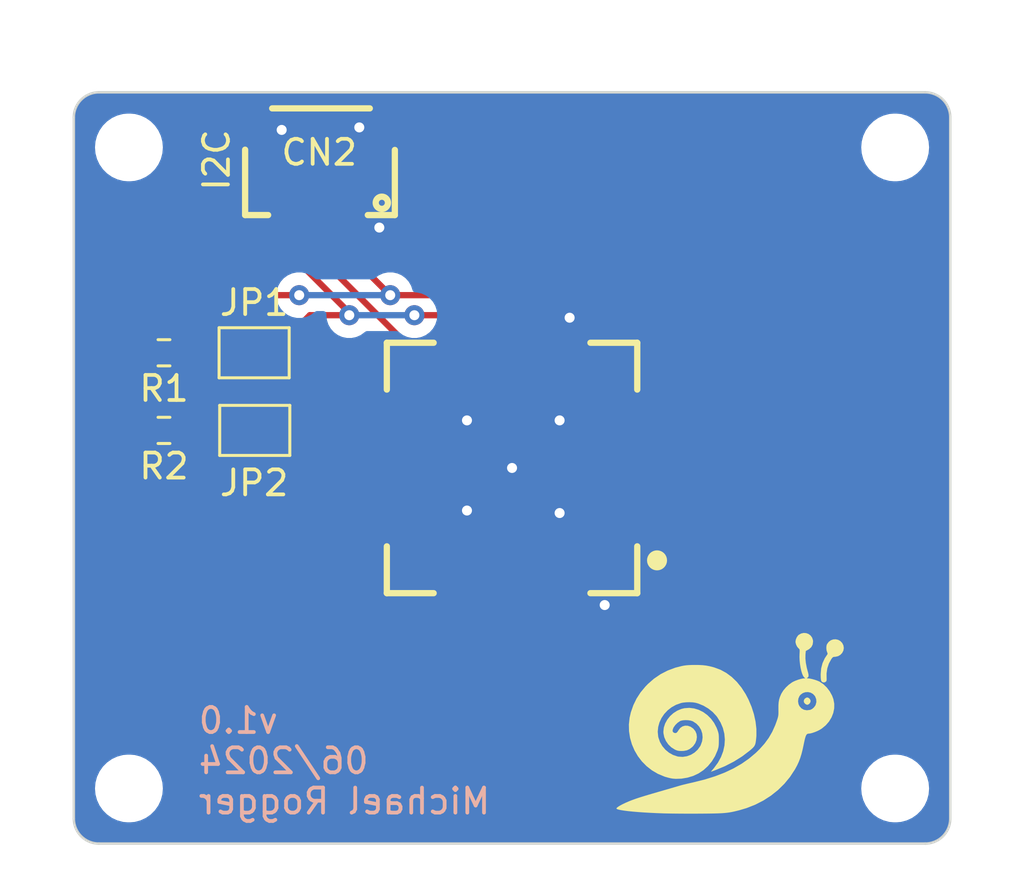
<source format=kicad_pcb>
(kicad_pcb (version 20221018) (generator pcbnew)
  (layers (0 "F.Cu" signal) (31 "B.Cu" signal) (34 "B.Paste" user) (35 "F.Paste" user) (36 "B.SilkS" user "B.Silkscreen") (37 "F.SilkS" user "F.Silkscreen") (38 "B.Mask" user) (39 "F.Mask" user) (44 "Edge.Cuts" user))
  (net 0 "")
  (net 4 "GND")
  (net 16 "Net-(JP1-B)")
  (net 17 "Net-(JP2-B)")
  (net 18 "SCL")
  (net 19 "SDA")
  (net 20 "nRF_VDD")
  (footprint "MountingHole:MountingHole_2.2mm_M2" (layer "F.Cu") (at 17.2 17.2)
    (fp_text reference "H1" hide)
    (fp_text value "MountingHole")
    (pad "" np_thru_hole circle (at 0 0) (size 2.2 2.2) (drill 2.2) (layers "*.Cu" "*.Mask"))
  )
  (footprint "MountingHole:MountingHole_2.2mm_M2" (layer "F.Cu") (at 17.2 42.8)
    (fp_text reference "H4" hide)
    (fp_text value "MountingHole")
    (pad "" np_thru_hole circle (at 0 0) (size 2.2 2.2) (drill 2.2) (layers "*.Cu" "*.Mask"))
  )
  (footprint "Resistor_SMD:R_0603_1608Metric" (layer "F.Cu") (at 18.6 25.4 180)
    (fp_text reference "R1" (at 0 -1.43 180) (layer "F.SilkS"))
    (fp_text value "10k")
    (fp_line (start -0.237258 -0.5225) (end 0.237258 -0.5225) (stroke (width 0.12)) (layer "F.SilkS"))
    (fp_line (start -0.237258 0.5225) (end 0.237258 0.5225) (stroke (width 0.12)) (layer "F.SilkS"))
    (pad "1" smd roundrect (at -0.825 0 180) (size 0.8 0.95) (layers "F.Cu" "F.Paste" "F.Mask") (net 16 "Net-(JP1-B)"))
    (pad "2" smd roundrect (at 0.825 0 180) (size 0.8 0.95) (layers "F.Cu" "F.Paste" "F.Mask") (net 20 "nRF_VDD"))
  )
  (footprint "MountingHole:MountingHole_2.2mm_M2" (layer "F.Cu") (at 47.8 17.2)
    (fp_text reference "H2" hide)
    (fp_text value "MountingHole")
    (pad "" np_thru_hole circle (at 0 0) (size 2.2 2.2) (drill 2.2) (layers "*.Cu" "*.Mask"))
  )
  (footprint "Jumper:SolderJumper-2_P1.3mm_Open_TrianglePad1.0x1.5mm" (layer "F.Cu") (at 22.225 28.5 180)
    (fp_text reference "JP2" (at 0.025 -2.1) (layer "F.SilkS"))
    (fp_text value "SolderJumper_2_Open")
    (fp_line (start -1.4 -1) (end 1.4 -1) (stroke (width 0.12)) (layer "F.SilkS"))
    (fp_line (start -1.4 1) (end -1.4 -1) (stroke (width 0.12)) (layer "F.SilkS"))
    (fp_line (start 1.4 -1) (end 1.4 1) (stroke (width 0.12)) (layer "F.SilkS"))
    (fp_line (start 1.4 1) (end -1.4 1) (stroke (width 0.12)) (layer "F.SilkS"))
    (pad "1" smd custom (at -0.725 0 180) (size 0.3 0.3) (layers "F.Cu" "F.Mask") (net 19 "SDA") (options (clearance outline) (anchor rect)) (primitives (gr_poly (pts (xy 1 0) (xy 0.5 0.75) (xy -0.5 0.75) (xy -0.5 -0.75) (xy 0.5 -0.75)) (width 0) (fill yes))))
    (pad "2" smd custom (at 0.725 0 180) (size 0.3 0.3) (layers "F.Cu" "F.Mask") (net 17 "Net-(JP2-B)") (options (clearance outline) (anchor rect)) (primitives (gr_poly (pts (xy 0.5 0.75) (xy -0.65 0.75) (xy -0.15 0) (xy -0.65 -0.75) (xy 0.5 -0.75)) (width 0) (fill yes))))
  )
  (footprint "Resistor_SMD:R_0603_1608Metric" (layer "F.Cu") (at 18.6 28.5 180)
    (fp_text reference "R2" (at 0 -1.43 180) (layer "F.SilkS"))
    (fp_text value "10k")
    (fp_line (start -0.237258 -0.5225) (end 0.237258 -0.5225) (stroke (width 0.12)) (layer "F.SilkS"))
    (fp_line (start -0.237258 0.5225) (end 0.237258 0.5225) (stroke (width 0.12)) (layer "F.SilkS"))
    (pad "1" smd roundrect (at -0.825 0 180) (size 0.8 0.95) (layers "F.Cu" "F.Paste" "F.Mask") (net 17 "Net-(JP2-B)"))
    (pad "2" smd roundrect (at 0.825 0 180) (size 0.8 0.95) (layers "F.Cu" "F.Paste" "F.Mask") (net 20 "nRF_VDD"))
  )
  (footprint "schneggi_library:LGA-20_L10.1-W10.1-P1.25-TL" (layer "F.Cu") (at 32.5 30 180)
    (fp_text reference "U1" hide)
    (fp_text value "SCD40-D-R2_C3659421")
    (fp_line (start -5 -5) (end -3.13 -5) (stroke (width 0.25)) (layer "F.SilkS"))
    (fp_line (start -5 -3.13) (end -5 -5) (stroke (width 0.25)) (layer "F.SilkS"))
    (fp_line (start -5 5) (end -5 3.13) (stroke (width 0.25)) (layer "F.SilkS"))
    (fp_line (start -3.13 5) (end -5 5) (stroke (width 0.25)) (layer "F.SilkS"))
    (fp_line (start 3.13 -5) (end 5 -5) (stroke (width 0.25)) (layer "F.SilkS"))
    (fp_line (start 5 -5) (end 5 -3.13) (stroke (width 0.25)) (layer "F.SilkS"))
    (fp_line (start 5 3.13) (end 5 5) (stroke (width 0.25)) (layer "F.SilkS"))
    (fp_line (start 5 5) (end 3.13 5) (stroke (width 0.25)) (layer "F.SilkS"))
    (fp_circle (center -5.79 -3.69) (end -5.59 -3.69) (stroke (width 0.4)) (fill none) (layer "F.SilkS"))
    (pad "1" smd rect (at -4.35 -2.5 180) (size 2.2 0.8) (layers "F.Cu" "F.Paste" "F.Mask"))
    (pad "2" smd rect (at -4.35 -1.25 180) (size 2.2 0.8) (layers "F.Cu" "F.Paste" "F.Mask"))
    (pad "3" smd rect (at -4.35 0 180) (size 2.2 0.8) (layers "F.Cu" "F.Paste" "F.Mask"))
    (pad "4" smd rect (at -4.35 1.25 180) (size 2.2 0.8) (layers "F.Cu" "F.Paste" "F.Mask"))
    (pad "5" smd rect (at -4.35 2.5 180) (size 2.2 0.8) (layers "F.Cu" "F.Paste" "F.Mask"))
    (pad "6" smd rect (at -2.5 4.35 270) (size 2.2 0.8) (layers "F.Cu" "F.Paste" "F.Mask") (net 4 "GND"))
    (pad "7" smd rect (at -1.25 4.35 270) (size 2.2 0.8) (layers "F.Cu" "F.Paste" "F.Mask") (net 20 "nRF_VDD"))
    (pad "8" smd rect (at 0 4.35 270) (size 2.2 0.8) (layers "F.Cu" "F.Paste" "F.Mask"))
    (pad "9" smd rect (at 1.25 4.35 270) (size 2.2 0.8) (layers "F.Cu" "F.Paste" "F.Mask") (net 18 "SCL"))
    (pad "10" smd rect (at 2.5 4.35 270) (size 2.2 0.8) (layers "F.Cu" "F.Paste" "F.Mask") (net 19 "SDA"))
    (pad "11" smd rect (at 4.35 2.5) (size 2.2 0.8) (layers "F.Cu" "F.Paste" "F.Mask"))
    (pad "12" smd rect (at 4.35 1.25) (size 2.2 0.8) (layers "F.Cu" "F.Paste" "F.Mask"))
    (pad "13" smd rect (at 4.35 0) (size 2.2 0.8) (layers "F.Cu" "F.Paste" "F.Mask"))
    (pad "14" smd rect (at 4.35 -1.25) (size 2.2 0.8) (layers "F.Cu" "F.Paste" "F.Mask"))
    (pad "15" smd rect (at 4.35 -2.5) (size 2.2 0.8) (layers "F.Cu" "F.Paste" "F.Mask"))
    (pad "16" smd rect (at 2.5 -4.35 90) (size 2.2 0.8) (layers "F.Cu" "F.Paste" "F.Mask"))
    (pad "17" smd rect (at 1.25 -4.35 90) (size 2.2 0.8) (layers "F.Cu" "F.Paste" "F.Mask"))
    (pad "18" smd rect (at 0 -4.35 90) (size 2.2 0.8) (layers "F.Cu" "F.Paste" "F.Mask"))
    (pad "19" smd rect (at -1.25 -4.35 90) (size 2.2 0.8) (layers "F.Cu" "F.Paste" "F.Mask") (net 20 "nRF_VDD"))
    (pad "20" smd rect (at -2.5 -4.35 90) (size 2.2 0.8) (layers "F.Cu" "F.Paste" "F.Mask") (net 4 "GND"))
    (pad "21" smd rect (at 0 0 90) (size 4.8 4.8) (layers "F.Cu" "F.Paste" "F.Mask") (net 4 "GND"))
  )
  (footprint "MountingHole:MountingHole_2.2mm_M2" (layer "F.Cu") (at 47.8 42.8)
    (fp_text reference "H3" hide)
    (fp_text value "MountingHole")
    (pad "" np_thru_hole circle (at 0 0) (size 2.2 2.2) (drill 2.2) (layers "*.Cu" "*.Mask"))
  )
  (footprint "schneggi_library:CONN-SMD_4P-P1.00_SM04B-SRSS-TB-LF-SN" (layer "F.Cu") (at 24.8 18.1 180)
    (fp_text reference "CN2" (at 0 0.7) (layer "F.SilkS"))
    (fp_text value "SM04B-SRSS-TB (LF)(SN)")
    (fp_line (start -3.02 -1.8) (end -3.02 0.8) (stroke (width 0.25)) (layer "F.SilkS"))
    (fp_line (start -2.02 2.46) (end 1.88 2.46) (stroke (width 0.25)) (layer "F.SilkS"))
    (fp_line (start -1.94 -1.8) (end -3.02 -1.8) (stroke (width 0.25)) (layer "F.SilkS"))
    (fp_line (start 2.04 -1.8) (end 2.96 -1.8) (stroke (width 0.25)) (layer "F.SilkS"))
    (fp_line (start 2.96 -1.8) (end 2.96 0.81) (stroke (width 0.25)) (layer "F.SilkS"))
    (fp_circle (center -2.5 -1.31) (end -2.38 -1.31) (stroke (width 0.25)) (fill none) (layer "F.SilkS"))
    (pad "1" smd rect (at -1.5 -1.94 180) (size 0.6 1.55) (layers "F.Cu" "F.Paste" "F.Mask") (net 4 "GND"))
    (pad "2" smd rect (at -0.5 -1.94 180) (size 0.6 1.55) (layers "F.Cu" "F.Paste" "F.Mask") (net 20 "nRF_VDD"))
    (pad "3" smd rect (at 0.5 -1.94 180) (size 0.6 1.55) (layers "F.Cu" "F.Paste" "F.Mask") (net 19 "SDA"))
    (pad "4" smd rect (at 1.5 -1.94 180) (size 0.6 1.55) (layers "F.Cu" "F.Paste" "F.Mask") (net 18 "SCL"))
    (pad "5" smd rect (at 2.8 1.94 180) (size 1.2 1.8) (layers "F.Cu" "F.Paste" "F.Mask") (net 4 "GND"))
    (pad "6" smd rect (at -2.8 1.94 180) (size 1.2 1.8) (layers "F.Cu" "F.Paste" "F.Mask") (net 4 "GND"))
  )
  (footprint "Jumper:SolderJumper-2_P1.3mm_Open_TrianglePad1.0x1.5mm" (layer "F.Cu") (at 22.2 25.4 180)
    (fp_text reference "JP1" (at 0 2) (layer "F.SilkS"))
    (fp_text value "SolderJumper_2_Open")
    (fp_line (start -1.4 -1) (end 1.4 -1) (stroke (width 0.12)) (layer "F.SilkS"))
    (fp_line (start -1.4 1) (end -1.4 -1) (stroke (width 0.12)) (layer "F.SilkS"))
    (fp_line (start 1.4 -1) (end 1.4 1) (stroke (width 0.12)) (layer "F.SilkS"))
    (fp_line (start 1.4 1) (end -1.4 1) (stroke (width 0.12)) (layer "F.SilkS"))
    (pad "1" smd custom (at -0.725 0 180) (size 0.3 0.3) (layers "F.Cu" "F.Mask") (net 18 "SCL") (options (clearance outline) (anchor rect)) (primitives (gr_poly (pts (xy 1 0) (xy 0.5 0.75) (xy -0.5 0.75) (xy -0.5 -0.75) (xy 0.5 -0.75)) (width 0) (fill yes))))
    (pad "2" smd custom (at 0.725 0 180) (size 0.3 0.3) (layers "F.Cu" "F.Mask") (net 16 "Net-(JP1-B)") (options (clearance outline) (anchor rect)) (primitives (gr_poly (pts (xy 0.5 0.75) (xy -0.65 0.75) (xy -0.15 0) (xy -0.65 -0.75) (xy 0.5 -0.75)) (width 0) (fill yes))))
  )
  (footprint "schneggi_library:schneggi" (layer "F.Cu") (at 41.2 40.2)
    (fp_text reference "G***" hide)
    (fp_text value "LOGO" hide)
    (fp_poly (pts (xy 3.143972 -1.018101) (xy 3.19232 -0.973972) (xy 3.220663 -0.91543) (xy 3.223846 -0.889) (xy 3.20757 -0.828041) (xy 3.166384 -0.776239) (xy 3.111745 -0.745872) (xy 3.087077 -0.742462) (xy 3.048813 -0.75401) (xy 3.003145 -0.781899) (xy 3.001788 -0.782957) (xy 2.958834 -0.838185) (xy 2.949104 -0.902509) (xy 2.972599 -0.964457) (xy 3.001788 -0.995044) (xy 3.04734 -1.023292) (xy 3.086176 -1.035525) (xy 3.087077 -1.035539)) (fill solid) (layer "F.SilkS"))
    (fp_poly (pts (xy 4.324165 -3.336417) (xy 4.412952 -3.2869) (xy 4.48577 -3.210363) (xy 4.534077 -3.112886) (xy 4.550104 -3.007309) (xy 4.531974 -2.905162) (xy 4.484498 -2.812827) (xy 4.412485 -2.736685) (xy 4.320743 -2.683119) (xy 4.214083 -2.65851) (xy 4.191 -2.657622) (xy 4.144392 -2.654253) (xy 4.110967 -2.639442) (xy 4.078621 -2.605116) (xy 4.048216 -2.562326) (xy 3.95322 -2.389224) (xy 3.889975 -2.198402) (xy 3.860428 -1.997416) (xy 3.861905 -1.840007) (xy 3.865065 -1.754906) (xy 3.857839 -1.700804) (xy 3.845989 -1.677396) (xy 3.792462 -1.639601) (xy 3.727645 -1.635611) (xy 3.697229 -1.64592) (xy 3.667904 -1.666452) (xy 3.647425 -1.699492) (xy 3.634446 -1.751202) (xy 3.627622 -1.827744) (xy 3.625606 -1.935282) (xy 3.625731 -1.973385) (xy 3.644934 -2.196108) (xy 3.698888 -2.404716) (xy 3.786618 -2.596172) (xy 3.863609 -2.713079) (xy 3.89383 -2.756593) (xy 3.902185 -2.787545) (xy 3.891047 -2.824025) (xy 3.880993 -2.845627) (xy 3.858195 -2.921615) (xy 3.850154 -3.011853) (xy 3.857109 -3.099105) (xy 3.87664 -3.161317) (xy 3.944152 -3.25435) (xy 4.029402 -3.31788) (xy 4.125649 -3.352404) (xy 4.22615 -3.358417)) (fill solid) (layer "F.SilkS"))
    (fp_poly (pts (xy -1.232071 -2.331567) (xy -1.084045 -2.323836) (xy -0.950555 -2.308455) (xy -0.819461 -2.283878) (xy -0.678627 -2.248558) (xy -0.625931 -2.233701) (xy -0.378064 -2.142106) (xy -0.144043 -2.014646) (xy 0.074956 -1.852422) (xy 0.277757 -1.656534) (xy 0.463184 -1.428082) (xy 0.630061 -1.168167) (xy 0.742609 -0.952681) (xy 0.866034 -0.660486) (xy 0.960511 -0.364217) (xy 1.0249 -0.069428) (xy 1.058061 0.218329) (xy 1.058858 0.493503) (xy 1.05352 0.5634) (xy 1.040767 0.686685) (xy 1.026173 0.779875) (xy 1.005352 0.851868) (xy 0.973921 0.911565) (xy 0.927492 0.967862) (xy 0.861681 1.029661) (xy 0.796139 1.085667) (xy 0.493292 1.316479) (xy 0.16039 1.525151) (xy -0.199201 1.709789) (xy -0.582112 1.868496) (xy -0.619944 1.882288) (xy -0.761196 1.933177) (xy -0.636407 1.784276) (xy -0.47788 1.568606) (xy -0.355005 1.344159) (xy -0.267907 1.113637) (xy -0.216707 0.87974) (xy -0.20153 0.645171) (xy -0.222499 0.41263) (xy -0.279737 0.18482) (xy -0.373367 -0.03556) (xy -0.503512 -0.245807) (xy -0.54148 -0.296101) (xy -0.688554 -0.454399) (xy -0.863842 -0.593524) (xy -1.059033 -0.708185) (xy -1.265812 -0.793091) (xy -1.367693 -0.821953) (xy -1.478899 -0.839315) (xy -1.611874 -0.845788) (xy -1.750938 -0.841643) (xy -1.880411 -0.827151) (xy -1.953846 -0.811824) (xy -2.150026 -0.741978) (xy -2.328422 -0.64331) (xy -2.486466 -0.519754) (xy -2.621587 -0.375243) (xy -2.731217 -0.213712) (xy -2.812787 -0.039094) (xy -2.863727 0.144678) (xy -2.881467 0.333669) (xy -2.86344 0.523947) (xy -2.854172 0.566615) (xy -2.792261 0.744503) (xy -2.698195 0.907413) (xy -2.576674 1.050885) (xy -2.4324 1.170456) (xy -2.270075 1.261664) (xy -2.094399 1.320047) (xy -2.051365 1.328577) (xy -1.883138 1.338511) (xy -1.71664 1.31272) (xy -1.557904 1.254318) (xy -1.412966 1.166419) (xy -1.28786 1.052138) (xy -1.18862 0.914588) (xy -1.165972 0.871678) (xy -1.109802 0.715666) (xy -1.089829 0.557921) (xy -1.104352 0.403555) (xy -1.151672 0.257678) (xy -1.23009 0.125401) (xy -1.337905 0.011835) (xy -1.473419 -0.07791) (xy -1.483447 -0.082946) (xy -1.56283 -0.109442) (xy -1.663007 -0.125051) (xy -1.771023 -0.129556) (xy -1.873924 -0.122739) (xy -1.958754 -0.104383) (xy -1.989206 -0.091433) (xy -2.089463 -0.022666) (xy -2.179389 0.06548) (xy -2.246633 0.1604) (xy -2.258216 0.183198) (xy -2.286712 0.264651) (xy -2.284851 0.323981) (xy -2.25199 0.364445) (xy -2.219331 0.380249) (xy -2.16811 0.388662) (xy -2.124443 0.370203) (xy -2.08164 0.320627) (xy -2.054359 0.275558) (xy -1.982661 0.182441) (xy -1.892928 0.120942) (xy -1.790907 0.09167) (xy -1.682346 0.095236) (xy -1.572991 0.132252) (xy -1.46859 0.203327) (xy -1.458711 0.212269) (xy -1.379323 0.310622) (xy -1.332453 0.423892) (xy -1.317712 0.54593) (xy -1.334706 0.670584) (xy -1.383044 0.791703) (xy -1.462335 0.903137) (xy -1.505437 0.946172) (xy -1.609564 1.026255) (xy -1.715716 1.075829) (xy -1.836265 1.099531) (xy -1.924539 1.103268) (xy -2.013839 1.100826) (xy -2.081172 1.091238) (xy -2.14348 1.070964) (xy -2.198077 1.046145) (xy -2.339378 0.957119) (xy -2.459791 0.840707) (xy -2.55516 0.703382) (xy -2.621328 0.551616) (xy -2.654142 0.391881) (xy -2.656999 0.331374) (xy -2.63859 0.164962) (xy -2.585256 0.00312) (xy -2.501151 -0.149531) (xy -2.390428 -0.288365) (xy -2.257238 -0.408761) (xy -2.105734 -0.506095) (xy -1.94007 -0.575743) (xy -1.815 -0.606043) (xy -1.620626 -0.619686) (xy -1.42838 -0.596763) (xy -1.242057 -0.539746) (xy -1.065448 -0.451111) (xy -0.902349 -0.333333) (xy -0.756552 -0.188885) (xy -0.631852 -0.020241) (xy -0.532041 0.170123) (xy -0.49997 0.251699) (xy -0.474751 0.325153) (xy -0.457782 0.385938) (xy -0.447486 0.445288) (xy -0.442282 0.51444) (xy -0.440592 0.604629) (xy -0.440609 0.674077) (xy -0.441872 0.785151) (xy -0.445807 0.868433) (xy -0.453929 0.935192) (xy -0.467751 0.996697) (xy -0.488785 1.064214) (xy -0.495705 1.084384) (xy -0.592941 1.309356) (xy -0.720955 1.517379) (xy -0.875841 1.704357) (xy -1.053693 1.866195) (xy -1.250606 1.998797) (xy -1.462455 2.097988) (xy -1.695273 2.167963) (xy -1.932194 2.207593) (xy -2.163712 2.215624) (xy -2.28359 2.206326) (xy -2.368183 2.191603) (xy -2.471821 2.167081) (xy -2.577104 2.137062) (xy -2.618831 2.123438) (xy -2.876122 2.015551) (xy -3.112045 1.877106) (xy -3.32497 1.711231) (xy -3.513269 1.521055) (xy -3.675314 1.309707) (xy -3.809476 1.080317) (xy -3.914127 0.836012) (xy -3.987638 0.579923) (xy -4.028382 0.315177) (xy -4.034729 0.044905) (xy -4.005051 -0.227766) (xy -3.954818 -0.443663) (xy -3.855418 -0.72835) (xy -3.727574 -0.99099) (xy -3.5683 -1.236535) (xy -3.374612 -1.469937) (xy -3.273495 -1.574237) (xy -3.032053 -1.785259) (xy -2.768372 -1.964433) (xy -2.483913 -2.11098) (xy -2.180135 -2.224124) (xy -1.933461 -2.288103) (xy -1.835837 -2.30679) (xy -1.740881 -2.319697) (xy -1.637392 -2.327783) (xy -1.514169 -2.332006) (xy -1.40677 -2.333194)) (fill solid) (layer "F.SilkS"))
    (fp_poly (pts (xy 3.049232 -3.603937) (xy 3.143634 -3.568268) (xy 3.223892 -3.507618) (xy 3.283728 -3.424891) (xy 3.316867 -3.322995) (xy 3.321465 -3.26464) (xy 3.304882 -3.146501) (xy 3.254727 -3.048279) (xy 3.170654 -2.9694) (xy 3.129252 -2.944111) (xy 3.031734 -2.891035) (xy 3.018609 -2.74971) (xy 3.015957 -2.59137) (xy 3.033842 -2.411329) (xy 3.070922 -2.220265) (xy 3.098044 -2.117678) (xy 3.126203 -2.014144) (xy 3.140793 -1.940377) (xy 3.141913 -1.889539) (xy 3.129662 -1.854788) (xy 3.104141 -1.829286) (xy 3.102268 -1.827954) (xy 3.074102 -1.806699) (xy 3.077857 -1.798741) (xy 3.117062 -1.797539) (xy 3.118681 -1.797539) (xy 3.190248 -1.790054) (xy 3.284188 -1.770097) (xy 3.387317 -1.74141) (xy 3.486456 -1.707738) (xy 3.568421 -1.672826) (xy 3.581488 -1.666081) (xy 3.731821 -1.564944) (xy 3.86936 -1.433025) (xy 3.988004 -1.278041) (xy 4.081651 -1.10771) (xy 4.134011 -0.967154) (xy 4.168135 -0.784) (xy 4.165777 -0.59861) (xy 4.128938 -0.415543) (xy 4.059617 -0.239355) (xy 3.959815 -0.074606) (xy 3.831532 0.074148) (xy 3.676768 0.202349) (xy 3.598919 0.252177) (xy 3.504191 0.301357) (xy 3.398776 0.345764) (xy 3.294272 0.381355) (xy 3.202279 0.404091) (xy 3.145052 0.410307) (xy 3.106632 0.415591) (xy 3.07469 0.434432) (xy 3.047126 0.471316) (xy 3.021843 0.530728) (xy 2.996743 0.617154) (xy 2.969727 0.73508) (xy 2.951441 0.824251) (xy 2.90562 1.039072) (xy 2.859156 1.223227) (xy 2.809135 1.385062) (xy 2.752642 1.532923) (xy 2.686763 1.675153) (xy 2.608583 1.8201) (xy 2.596058 1.84183) (xy 2.401738 2.138012) (xy 2.176669 2.411556) (xy 1.923036 2.660858) (xy 1.643023 2.884315) (xy 1.338814 3.080323) (xy 1.012594 3.247278) (xy 0.666547 3.383575) (xy 0.380729 3.468483) (xy 0.26833 3.496768) (xy 0.166745 3.5207) (xy 0.071411 3.540664) (xy -0.022237 3.557045) (xy -0.11876 3.570226) (xy -0.222723 3.580594) (xy -0.338688 3.588531) (xy -0.471219 3.594424) (xy -0.62488 3.598655) (xy -0.804234 3.601611) (xy -1.013844 3.603676) (xy -1.240693 3.605138) (xy -1.450561 3.60587) (xy -1.666719 3.605841) (xy -1.882263 3.605105) (xy -2.090288 3.603714) (xy -2.283887 3.60172) (xy -2.456157 3.599177) (xy -2.600193 3.596138) (xy -2.667 3.594205) (xy -2.943022 3.583738) (xy -3.205182 3.57113) (xy -3.451003 3.556638) (xy -3.678011 3.540521) (xy -3.883728 3.523035) (xy -4.065679 3.504438) (xy -4.221388 3.484987) (xy -4.348378 3.46494) (xy -4.444174 3.444555) (xy -4.506299 3.424089) (xy -4.532277 3.403799) (xy -4.532923 3.40014) (xy -4.515385 3.371234) (xy -4.465934 3.331479) (xy -4.389313 3.283564) (xy -4.290265 3.230177) (xy -4.173536 3.174005) (xy -4.043868 3.117738) (xy -4.011006 3.10438) (xy -3.927836 3.071668) (xy -3.844319 3.040361) (xy -3.755928 3.009018) (xy -3.658136 2.976199) (xy -3.546415 2.940463) (xy -3.416237 2.900369) (xy -3.263076 2.854476) (xy -3.082404 2.801343) (xy -2.869693 2.73953) (xy -2.813539 2.723291) (xy -2.647801 2.675358) (xy -2.489077 2.629376) (xy -2.342437 2.58682) (xy -2.212949 2.549164) (xy -2.105684 2.517883) (xy -2.025711 2.494449) (xy -1.9781 2.480339) (xy -1.977432 2.480138) (xy -1.920157 2.464397) (xy -1.832818 2.442325) (xy -1.72354 2.415883) (xy -1.600447 2.387033) (xy -1.471662 2.357735) (xy -1.454755 2.353958) (xy -1.006585 2.241897) (xy -0.592273 2.112753) (xy -0.210131 1.96568) (xy 0.141526 1.799833) (xy 0.464383 1.614368) (xy 0.760128 1.408439) (xy 1.030446 1.181201) (xy 1.183972 1.03135) (xy 1.383546 0.807447) (xy 1.550609 0.579159) (xy 1.690732 0.337367) (xy 1.809482 0.072948) (xy 1.870191 -0.092714) (xy 1.899146 -0.179261) (xy 1.918882 -0.246382) (xy 1.931011 -0.305422) (xy 1.937147 -0.367726) (xy 1.938905 -0.444638) (xy 1.937897 -0.547503) (xy 1.937595 -0.566616) (xy 1.938223 -0.718962) (xy 1.946945 -0.843626) (xy 1.952996 -0.878153) (xy 2.721983 -0.878153) (xy 2.740877 -0.767849) (xy 2.779262 -0.687849) (xy 2.859194 -0.598432) (xy 2.957171 -0.54338) (xy 3.071785 -0.523167) (xy 3.201626 -0.538267) (xy 3.214077 -0.541392) (xy 3.284817 -0.575819) (xy 3.354152 -0.636142) (xy 3.409718 -0.710744) (xy 3.423758 -0.738377) (xy 3.453552 -0.851857) (xy 3.446426 -0.967462) (xy 3.403107 -1.076844) (xy 3.392815 -1.093288) (xy 3.317624 -1.174641) (xy 3.224208 -1.226912) (xy 3.120402 -1.250139) (xy 3.014039 -1.24436) (xy 2.912953 -1.209613) (xy 2.824979 -1.145936) (xy 2.779368 -1.09031) (xy 2.734814 -0.989631) (xy 2.721983 -0.878153) (xy 1.952996 -0.878153) (xy 1.965856 -0.951539) (xy 1.99705 -1.053632) (xy 2.042619 -1.160837) (xy 2.057216 -1.191172) (xy 2.131876 -1.31217) (xy 2.233785 -1.433369) (xy 2.352575 -1.544394) (xy 2.477874 -1.634872) (xy 2.53023 -1.664395) (xy 2.624949 -1.707148) (xy 2.7302 -1.745493) (xy 2.833617 -1.775661) (xy 2.92283 -1.793884) (xy 2.967299 -1.797539) (xy 3.011102 -1.797539) (xy 2.962089 -1.8415) (xy 2.922681 -1.895753) (xy 2.885378 -1.982106) (xy 2.851548 -2.093588) (xy 2.822564 -2.22323) (xy 2.799795 -2.36406) (xy 2.784612 -2.50911) (xy 2.778386 -2.651408) (xy 2.781001 -2.762399) (xy 2.785949 -2.850771) (xy 2.786953 -2.908807) (xy 2.782564 -2.945172) (xy 2.771332 -2.968528) (xy 2.751808 -2.987538) (xy 2.742039 -2.995325) (xy 2.689136 -3.055623) (xy 2.646542 -3.137963) (xy 2.622052 -3.225394) (xy 2.619012 -3.262923) (xy 2.632886 -3.348594) (xy 2.669236 -3.436562) (xy 2.720148 -3.509785) (xy 2.74392 -3.532001) (xy 2.843098 -3.588709) (xy 2.946961 -3.611719)) (fill solid) (layer "F.SilkS"))
  )
  (gr_line (start 15 16) (end 15 44) (stroke (width 0.1)) (layer "Edge.Cuts"))
  (gr_line (start 50 16) (end 50 44) (stroke (width 0.1)) (layer "Edge.Cuts"))
  (gr_line (start 49 15) (end 16 15) (stroke (width 0.1)) (layer "Edge.Cuts"))
  (gr_line (start 16 45) (end 49 45) (stroke (width 0.1)) (layer "Edge.Cuts"))
  (gr_arc (start 50 44) (mid 49.707107 44.707107) (end 49 45) (stroke (width 0.1)) (layer "Edge.Cuts"))
  (gr_arc (start 15 16) (mid 15.292893 15.292893) (end 16 15) (stroke (width 0.1)) (layer "Edge.Cuts"))
  (gr_arc (start 16 45) (mid 15.292893 44.707107) (end 15 44) (stroke (width 0.1)) (layer "Edge.Cuts"))
  (gr_arc (start 49 15) (mid 49.707107 15.292893) (end 50 16) (stroke (width 0.1)) (layer "Edge.Cuts"))
  (gr_text "v1.0\n06/2024\nMichael Rogger" (at 19.9 41.7) (layer "B.SilkS") (effects (font (size 1 1)) (justify right mirror)))
  (gr_text "I2C" (at 20.7 17.7 90) (layer "F.SilkS") (effects (font (size 1 1))))
  (segment (start 22.96 16.16) (end 23.3 16.5) (width 0.25) (layer "F.Cu") (net 4))
  (segment (start 27.6 16.16) (end 26.64 16.16) (width 0.25) (layer "F.Cu") (net 4))
  (segment (start 22 16.16) (end 22.96 16.16) (width 0.25) (layer "F.Cu") (net 4))
  (segment (start 35 34.35) (end 35.075 34.35) (width 0.25) (layer "F.Cu") (net 4))
  (segment (start 35.075 34.35) (end 36.2 35.475) (width 0.25) (layer "F.Cu") (net 4))
  (segment (start 26.3 20.04) (end 26.84 20.04) (width 0.25) (layer "F.Cu") (net 4))
  (segment (start 35 25.65) (end 35 24.2) (width 0.25) (layer "F.Cu") (net 4))
  (segment (start 35 24.2) (end 34.8 24) (width 0.25) (layer "F.Cu") (net 4))
  (segment (start 26.84 20.04) (end 27.2 20.4) (width 0.25) (layer "F.Cu") (net 4))
  (segment (start 26.64 16.16) (end 26.4 16.4) (width 0.25) (layer "F.Cu") (net 4))
  (via (at 34.4 31.8) (size 0.8) (drill 0.4) (layers "F.Cu" "B.Cu") (net 4))
  (via (at 27.2 20.4) (size 0.8) (drill 0.4) (layers "F.Cu" "B.Cu") (net 4))
  (via (at 34.8 24) (size 0.8) (drill 0.4) (layers "F.Cu" "B.Cu") (net 4))
  (via (at 34.4 28.1) (size 0.8) (drill 0.4) (layers "F.Cu" "B.Cu") (net 4))
  (via (at 26.4 16.4) (size 0.8) (drill 0.4) (layers "F.Cu" "B.Cu") (net 4))
  (via (at 23.3 16.5) (size 0.8) (drill 0.4) (layers "F.Cu" "B.Cu") (net 4))
  (via (at 32.5 30) (size 0.8) (drill 0.4) (layers "F.Cu" "B.Cu") (net 4))
  (via (at 30.7 28.1) (size 0.8) (drill 0.4) (layers "F.Cu" "B.Cu") (net 4))
  (via (at 30.7 31.7) (size 0.8) (drill 0.4) (layers "F.Cu" "B.Cu") (net 4))
  (via (at 36.2 35.475) (size 0.8) (drill 0.4) (layers "F.Cu" "B.Cu") (net 4))
  (segment (start 21.475 25.4) (end 19.11 25.4) (width 0.25) (layer "F.Cu") (net 16))
  (segment (start 21.5 28.5) (end 19.11 28.5) (width 0.25) (layer "F.Cu") (net 17))
  (segment (start 26 23.9) (end 26 23.8) (width 0.25) (layer "F.Cu") (net 18))
  (segment (start 26 23.8) (end 23.3 21.1) (width 0.25) (layer "F.Cu") (net 18))
  (segment (start 22.925 25.4) (end 24.425 23.9) (width 0.25) (layer "F.Cu") (net 18))
  (segment (start 31.25 25.65) (end 31.25 24.3) (width 0.25) (layer "F.Cu") (net 18))
  (segment (start 31.25 24.3) (end 30.85 23.9) (width 0.25) (layer "F.Cu") (net 18))
  (segment (start 30.85 23.9) (end 28.6 23.9) (width 0.25) (layer "F.Cu") (net 18))
  (segment (start 24.425 23.9) (end 26 23.9) (width 0.25) (layer "F.Cu") (net 18))
  (segment (start 23.3 21.1) (end 23.3 20.04) (width 0.25) (layer "F.Cu") (net 18))
  (via (at 28.6 23.9) (size 0.8) (drill 0.4) (layers "F.Cu" "B.Cu") (net 18))
  (via (at 26 23.9) (size 0.8) (drill 0.4) (layers "F.Cu" "B.Cu") (net 18))
  (segment (start 28.6 23.9) (end 26 23.9) (width 0.25) (layer "B.Cu") (net 18))
  (segment (start 25.8 25.65) (end 28.9 25.65) (width 0.25) (layer "F.Cu") (net 19))
  (segment (start 28.885 25.65) (end 24.3 21.065) (width 0.25) (layer "F.Cu") (net 19))
  (segment (start 22.95 28.5) (end 25.8 25.65) (width 0.25) (layer "F.Cu") (net 19))
  (segment (start 30 25.65) (end 28.9 25.65) (width 0.25) (layer "F.Cu") (net 19))
  (segment (start 24.3 21.065) (end 24.3 20.04) (width 0.25) (layer "F.Cu") (net 19))
  (segment (start 28.9 25.65) (end 28.885 25.65) (width 0.25) (layer "F.Cu") (net 19))
  (segment (start 32.55 23.1) (end 27.635 23.1) (width 0.25) (layer "F.Cu") (net 20))
  (segment (start 37.8 23.1) (end 32.55 23.1) (width 0.25) (layer "F.Cu") (net 20))
  (segment (start 17.775 25.4) (end 17.775 24.125) (width 0.25) (layer "F.Cu") (net 20))
  (segment (start 17.775 25.4) (end 17.775 28.5) (width 0.25) (layer "F.Cu") (net 20))
  (segment (start 18.8 23.1) (end 24 23.1) (width 0.25) (layer "F.Cu") (net 20))
  (segment (start 33.75 35.7) (end 34.25 36.2) (width 0.25) (layer "F.Cu") (net 20))
  (segment (start 37.9 36.2) (end 38.5 35.6) (width 0.25) (layer "F.Cu") (net 20))
  (segment (start 33.75 25.65) (end 33.75 24.3) (width 0.25) (layer "F.Cu") (net 20))
  (segment (start 33.75 34.35) (end 33.75 35.7) (width 0.25) (layer "F.Cu") (net 20))
  (segment (start 25.3 20.765) (end 25.3 20.04) (width 0.25) (layer "F.Cu") (net 20))
  (segment (start 17.775 24.125) (end 18.8 23.1) (width 0.25) (layer "F.Cu") (net 20))
  (segment (start 33.75 24.3) (end 32.55 23.1) (width 0.25) (layer "F.Cu") (net 20))
  (segment (start 27.635 23.1) (end 25.3 20.765) (width 0.25) (layer "F.Cu") (net 20))
  (segment (start 38.5 35.6) (end 38.5 23.8) (width 0.25) (layer "F.Cu") (net 20))
  (segment (start 34.25 36.2) (end 37.9 36.2) (width 0.25) (layer "F.Cu") (net 20))
  (segment (start 38.5 23.8) (end 37.8 23.1) (width 0.25) (layer "F.Cu") (net 20))
  (via (at 24 23.1) (size 0.8) (drill 0.4) (layers "F.Cu" "B.Cu") (net 20))
  (via (at 27.635 23.1) (size 0.8) (drill 0.4) (layers "F.Cu" "B.Cu") (net 20))
  (segment (start 27.635 23.1) (end 24 23.1) (width 0.25) (layer "B.Cu") (net 20))
  (zone (net 4) (net_name "GND") (layer "B.Cu") (connect_pads (clearance 0.508)) (min_thickness 0.254) (fill yes (thermal_gap 0.508) (thermal_bridge_width 0.508))
    (polygon (pts (xy 50 45) (xy 15 45) (xy 15 15) (xy 50 15)))
  )
)
</source>
